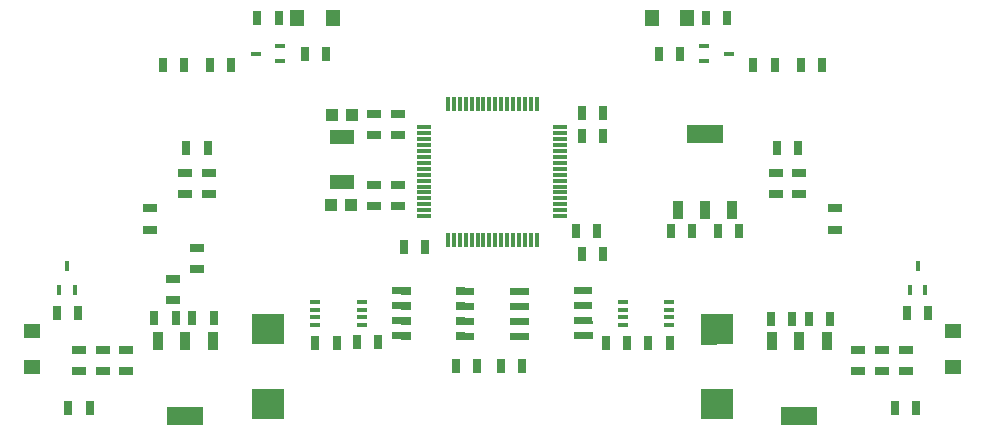
<source format=gbr>
G04 EAGLE Gerber X2 export*
G04 #@! %TF.Part,Single*
G04 #@! %TF.FileFunction,Paste,Top*
G04 #@! %TF.FilePolarity,Positive*
G04 #@! %TF.GenerationSoftware,Autodesk,EAGLE,8.6.0*
G04 #@! %TF.CreationDate,2018-03-08T00:53:42Z*
G75*
%MOMM*%
%FSLAX34Y34*%
%LPD*%
%AMOC8*
5,1,8,0,0,1.08239X$1,22.5*%
G01*
%ADD10R,0.800000X1.200000*%
%ADD11R,2.700000X2.550000*%
%ADD12R,2.550000X2.700000*%
%ADD13R,0.950000X0.300000*%
%ADD14R,1.550000X0.600000*%
%ADD15R,0.838200X1.600200*%
%ADD16R,3.098800X1.600200*%
%ADD17R,1.200000X0.800000*%
%ADD18R,0.300000X1.200000*%
%ADD19R,1.200000X0.300000*%
%ADD20R,1.100000X1.000000*%
%ADD21R,2.000000X1.300000*%
%ADD22R,0.812800X0.406400*%
%ADD23R,0.406400X0.812800*%
%ADD24R,1.200000X1.400000*%
%ADD25R,1.400000X1.200000*%


D10*
X518900Y165400D03*
X536900Y165400D03*
D11*
X360300Y133200D03*
X360300Y196600D03*
D10*
X575300Y165400D03*
X557300Y165400D03*
D12*
G36*
X727078Y120327D02*
X727033Y145826D01*
X754032Y145873D01*
X754077Y120374D01*
X727078Y120327D01*
G37*
G36*
X726968Y183727D02*
X726923Y209226D01*
X753922Y209273D01*
X753967Y183774D01*
X726968Y183727D01*
G37*
D10*
X453400Y185500D03*
X435400Y185500D03*
X418200Y185400D03*
X400200Y185400D03*
X646300Y184700D03*
X664300Y184700D03*
X682000Y184900D03*
X700000Y184900D03*
D13*
X400250Y206750D03*
X400250Y200250D03*
X400250Y213250D03*
X400250Y219750D03*
X439750Y219750D03*
X439750Y213250D03*
X439750Y206750D03*
X439750Y200250D03*
D14*
G36*
X534733Y200590D02*
X519234Y200617D01*
X519245Y206616D01*
X534744Y206589D01*
X534733Y200590D01*
G37*
G36*
X534711Y187890D02*
X519212Y187917D01*
X519223Y193916D01*
X534722Y193889D01*
X534711Y187890D01*
G37*
G36*
X534755Y213290D02*
X519256Y213317D01*
X519267Y219316D01*
X534766Y219289D01*
X534755Y213290D01*
G37*
G36*
X534777Y225990D02*
X519278Y226017D01*
X519289Y232016D01*
X534788Y231989D01*
X534777Y225990D01*
G37*
G36*
X480777Y226084D02*
X465278Y226111D01*
X465289Y232110D01*
X480788Y232083D01*
X480777Y226084D01*
G37*
G36*
X480755Y213384D02*
X465256Y213411D01*
X465267Y219410D01*
X480766Y219383D01*
X480755Y213384D01*
G37*
G36*
X480733Y200684D02*
X465234Y200711D01*
X465245Y206710D01*
X480744Y206683D01*
X480733Y200684D01*
G37*
G36*
X480711Y187984D02*
X465212Y188011D01*
X465223Y194010D01*
X480722Y193983D01*
X480711Y187984D01*
G37*
D13*
X699750Y213250D03*
X699750Y219750D03*
X699750Y206750D03*
X699750Y200250D03*
X660250Y200250D03*
X660250Y206750D03*
X660250Y213250D03*
X660250Y219750D03*
D14*
G36*
X565202Y219168D02*
X580701Y219249D01*
X580732Y213250D01*
X565233Y213169D01*
X565202Y219168D01*
G37*
G36*
X565136Y231867D02*
X580635Y231948D01*
X580666Y225949D01*
X565167Y225868D01*
X565136Y231867D01*
G37*
G36*
X565269Y206468D02*
X580768Y206549D01*
X580799Y200550D01*
X565300Y200469D01*
X565269Y206468D01*
G37*
G36*
X565335Y193768D02*
X580834Y193849D01*
X580865Y187850D01*
X565366Y187769D01*
X565335Y193768D01*
G37*
G36*
X619334Y194051D02*
X634833Y194132D01*
X634864Y188133D01*
X619365Y188052D01*
X619334Y194051D01*
G37*
G36*
X619268Y206750D02*
X634767Y206831D01*
X634798Y200832D01*
X619299Y200751D01*
X619268Y206750D01*
G37*
G36*
X619201Y219450D02*
X634700Y219531D01*
X634731Y213532D01*
X619232Y213451D01*
X619201Y219450D01*
G37*
G36*
X619135Y232150D02*
X634634Y232231D01*
X634665Y226232D01*
X619166Y226151D01*
X619135Y232150D01*
G37*
D10*
X314000Y206000D03*
X296000Y206000D03*
D15*
X313100Y187004D03*
X290100Y187004D03*
X267100Y187004D03*
D16*
X290100Y122996D03*
D10*
X263800Y206000D03*
X281800Y206000D03*
D17*
X280000Y221100D03*
X280000Y239100D03*
X300000Y265500D03*
X300000Y247500D03*
D10*
X701100Y280000D03*
X719100Y280000D03*
X759000Y280000D03*
X741000Y280000D03*
D15*
X707000Y297996D03*
X730000Y297996D03*
X753000Y297996D03*
D16*
X730000Y362004D03*
D18*
X552500Y387500D03*
X547500Y387500D03*
X542500Y387500D03*
X557500Y387500D03*
X562500Y387500D03*
X567500Y387500D03*
X572500Y387500D03*
X577500Y387500D03*
X587500Y387500D03*
X582500Y387500D03*
X537500Y387500D03*
X532500Y387500D03*
X527500Y387500D03*
X522500Y387500D03*
X517500Y387500D03*
X512500Y387500D03*
D19*
X492500Y332500D03*
X492500Y337500D03*
X492500Y342500D03*
X492500Y347500D03*
X492500Y352500D03*
X492500Y357500D03*
X492500Y362500D03*
X492500Y367500D03*
X492500Y327500D03*
X492500Y322500D03*
X492500Y317500D03*
X492500Y312500D03*
X492500Y307500D03*
X492500Y302500D03*
X492500Y297500D03*
X492500Y292500D03*
D18*
X552500Y272500D03*
X547500Y272500D03*
X542500Y272500D03*
X557500Y272500D03*
X562500Y272500D03*
X567500Y272500D03*
X572500Y272500D03*
X577500Y272500D03*
X587500Y272500D03*
X582500Y272500D03*
X537500Y272500D03*
X532500Y272500D03*
X527500Y272500D03*
X522500Y272500D03*
X517500Y272500D03*
X512500Y272500D03*
D19*
X607500Y332500D03*
X607500Y337500D03*
X607500Y342500D03*
X607500Y347500D03*
X607500Y352500D03*
X607500Y357500D03*
X607500Y362500D03*
X607500Y367500D03*
X607500Y327500D03*
X607500Y322500D03*
X607500Y317500D03*
X607500Y312500D03*
X607500Y307500D03*
X607500Y302500D03*
X607500Y297500D03*
X607500Y292500D03*
D17*
X450000Y379000D03*
X450000Y361000D03*
X470000Y379000D03*
X470000Y361000D03*
X470100Y319000D03*
X470100Y301000D03*
X450000Y319000D03*
X450000Y301000D03*
D10*
X475000Y266600D03*
X493000Y266600D03*
X639000Y280000D03*
X621000Y280000D03*
X644000Y260000D03*
X626000Y260000D03*
X626000Y380000D03*
X644000Y380000D03*
X626000Y360000D03*
X644000Y360000D03*
D20*
X414300Y378400D03*
X431300Y378400D03*
X413700Y302000D03*
X430700Y302000D03*
D21*
X422400Y321500D03*
X422400Y359500D03*
D10*
X835900Y205600D03*
X817900Y205600D03*
D15*
X833000Y187004D03*
X810000Y187004D03*
X787000Y187004D03*
D16*
X810000Y122996D03*
D10*
X786000Y205600D03*
X804000Y205600D03*
D17*
X290000Y311000D03*
X290000Y329000D03*
X310000Y329000D03*
X310000Y311000D03*
D10*
X309000Y350000D03*
X291000Y350000D03*
X329000Y420000D03*
X311000Y420000D03*
D22*
X349500Y430000D03*
X370500Y423500D03*
X370500Y436500D03*
D10*
X409000Y430000D03*
X391000Y430000D03*
X289000Y420000D03*
X271000Y420000D03*
D17*
X790000Y311000D03*
X790000Y329000D03*
X810000Y329000D03*
X810000Y311000D03*
D10*
X791000Y350000D03*
X809000Y350000D03*
X771000Y420000D03*
X789000Y420000D03*
D22*
X750500Y430000D03*
X729500Y436500D03*
X729500Y423500D03*
D10*
X691000Y430000D03*
X709000Y430000D03*
X811000Y420000D03*
X829000Y420000D03*
D17*
X240000Y161000D03*
X240000Y179000D03*
X220000Y179000D03*
X220000Y161000D03*
X260000Y281000D03*
X260000Y299000D03*
X200000Y161000D03*
X200000Y179000D03*
D23*
X190000Y250500D03*
X183500Y229500D03*
X196500Y229500D03*
D10*
X199000Y210000D03*
X181000Y210000D03*
D17*
X860000Y160900D03*
X860000Y178900D03*
X880000Y179000D03*
X880000Y161000D03*
X840000Y281000D03*
X840000Y299000D03*
X900000Y161000D03*
X900000Y179000D03*
D23*
X910000Y250500D03*
X903500Y229500D03*
X916500Y229500D03*
D10*
X919000Y210000D03*
X901000Y210000D03*
X369000Y460000D03*
X351000Y460000D03*
D24*
X385000Y460000D03*
X415000Y460000D03*
D10*
X731000Y460000D03*
X749000Y460000D03*
D24*
X715000Y460000D03*
X685000Y460000D03*
D10*
X909000Y130000D03*
X891000Y130000D03*
D25*
X940000Y165000D03*
X940000Y195000D03*
D10*
X191000Y130000D03*
X209000Y130000D03*
D25*
X160000Y165000D03*
X160000Y195000D03*
M02*

</source>
